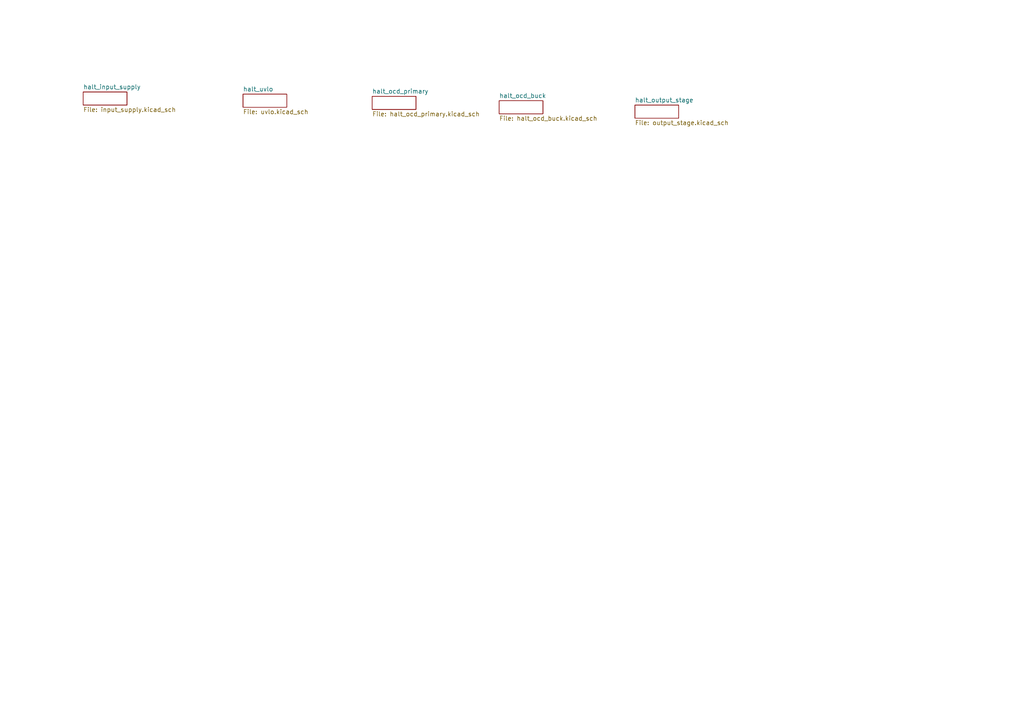
<source format=kicad_sch>
(kicad_sch
	(version 20250114)
	(generator "eeschema")
	(generator_version "9.0")
	(uuid "00f9de9f-6e16-4126-a022-a7b5fad77592")
	(paper "A4")
	(title_block
		(rev "1.0")
		(company "Author: 9551 (devvie.cc)")
	)
	(lib_symbols)
	(sheet
		(at 184.15 30.48)
		(size 12.7 3.81)
		(exclude_from_sim no)
		(in_bom yes)
		(on_board yes)
		(dnp no)
		(fields_autoplaced yes)
		(stroke
			(width 0.1524)
			(type solid)
		)
		(fill
			(color 0 0 0 0.0000)
		)
		(uuid "38a9f643-4ad5-4ab6-a23f-d1ffa9ec187c")
		(property "Sheetname" "halt_output_stage"
			(at 184.15 29.7684 0)
			(effects
				(font
					(size 1.27 1.27)
				)
				(justify left bottom)
			)
		)
		(property "Sheetfile" "output_stage.kicad_sch"
			(at 184.15 34.8746 0)
			(effects
				(font
					(size 1.27 1.27)
				)
				(justify left top)
			)
		)
		(instances
			(project "hardware"
				(path "/606d342f-174b-4504-b335-50f65aa4e733/9d9bac97-3577-4438-bb72-9616a5994fba"
					(page "5")
				)
			)
		)
	)
	(sheet
		(at 70.485 27.305)
		(size 12.7 3.81)
		(exclude_from_sim no)
		(in_bom yes)
		(on_board yes)
		(dnp no)
		(fields_autoplaced yes)
		(stroke
			(width 0.1524)
			(type solid)
		)
		(fill
			(color 0 0 0 0.0000)
		)
		(uuid "726729c9-3f40-472a-9b33-661965218c62")
		(property "Sheetname" "halt_uvlo"
			(at 70.485 26.5934 0)
			(effects
				(font
					(size 1.27 1.27)
				)
				(justify left bottom)
			)
		)
		(property "Sheetfile" "uvlo.kicad_sch"
			(at 70.485 31.6996 0)
			(effects
				(font
					(size 1.27 1.27)
				)
				(justify left top)
			)
		)
		(instances
			(project "hardware"
				(path "/606d342f-174b-4504-b335-50f65aa4e733/9d9bac97-3577-4438-bb72-9616a5994fba"
					(page "3")
				)
			)
			(project "base"
				(path "/00f9de9f-6e16-4126-a022-a7b5fad77592"
					(page "3")
				)
			)
		)
	)
	(sheet
		(at 24.13 26.67)
		(size 12.7 3.81)
		(exclude_from_sim no)
		(in_bom yes)
		(on_board yes)
		(dnp no)
		(fields_autoplaced yes)
		(stroke
			(width 0.1524)
			(type solid)
		)
		(fill
			(color 0 0 0 0.0000)
		)
		(uuid "8b2072f1-4473-43e6-a1a2-fbe5e7e9ad6a")
		(property "Sheetname" "halt_input_supply"
			(at 24.13 25.9584 0)
			(effects
				(font
					(size 1.27 1.27)
				)
				(justify left bottom)
			)
		)
		(property "Sheetfile" "input_supply.kicad_sch"
			(at 24.13 31.0646 0)
			(effects
				(font
					(size 1.27 1.27)
				)
				(justify left top)
			)
		)
		(instances
			(project "hardware"
				(path "/606d342f-174b-4504-b335-50f65aa4e733/9d9bac97-3577-4438-bb72-9616a5994fba"
					(page "1")
				)
			)
			(project "base"
				(path "/00f9de9f-6e16-4126-a022-a7b5fad77592"
					(page "2")
				)
			)
		)
	)
	(sheet
		(at 144.78 29.21)
		(size 12.7 3.81)
		(exclude_from_sim no)
		(in_bom yes)
		(on_board yes)
		(dnp no)
		(fields_autoplaced yes)
		(stroke
			(width 0.1524)
			(type solid)
		)
		(fill
			(color 0 0 0 0.0000)
		)
		(uuid "a409a8cb-f964-452b-bbc0-32d52bd5757c")
		(property "Sheetname" "halt_ocd_buck"
			(at 144.78 28.4984 0)
			(effects
				(font
					(size 1.27 1.27)
				)
				(justify left bottom)
			)
		)
		(property "Sheetfile" "halt_ocd_buck.kicad_sch"
			(at 144.78 33.6046 0)
			(effects
				(font
					(size 1.27 1.27)
				)
				(justify left top)
			)
		)
		(instances
			(project "hardware"
				(path "/606d342f-174b-4504-b335-50f65aa4e733/9d9bac97-3577-4438-bb72-9616a5994fba"
					(page "4")
				)
			)
		)
	)
	(sheet
		(at 107.95 27.94)
		(size 12.7 3.81)
		(exclude_from_sim no)
		(in_bom yes)
		(on_board yes)
		(dnp no)
		(fields_autoplaced yes)
		(stroke
			(width 0.1524)
			(type solid)
		)
		(fill
			(color 0 0 0 0.0000)
		)
		(uuid "c5ac5cd0-b88d-4bb3-b165-3a793af70e81")
		(property "Sheetname" "halt_ocd_primary"
			(at 107.95 27.2284 0)
			(effects
				(font
					(size 1.27 1.27)
				)
				(justify left bottom)
			)
		)
		(property "Sheetfile" "halt_ocd_primary.kicad_sch"
			(at 107.95 32.3346 0)
			(effects
				(font
					(size 1.27 1.27)
				)
				(justify left top)
			)
		)
		(instances
			(project "hardware"
				(path "/606d342f-174b-4504-b335-50f65aa4e733/9d9bac97-3577-4438-bb72-9616a5994fba"
					(page "2")
				)
			)
			(project "base"
				(path "/00f9de9f-6e16-4126-a022-a7b5fad77592"
					(page "4")
				)
			)
		)
	)
	(sheet_instances
		(path "/"
			(page "1")
		)
	)
	(embedded_fonts no)
)

</source>
